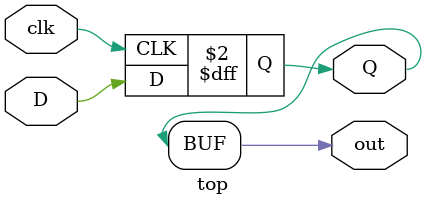
<source format=v>
module top (
  input  D, clk,
  output Q, out
);
    assign out = Q;
    always @(posedge clk) begin
        Q <= D;
    end
endmodule

// Gate level dff with reset
//module top (
//  input  D, clk, rst,
//  output Q, Qn
//);
//    always @(posedge clk, posedge rst) begin
//        if (rst) begin
//            Q  <= 0;
//            Qn <= 1;
//        end else begin
//            Q  <= D;
//            Qn <= ~D;
//        end
//    end
//endmodule

// Gate level ff would trigger delta cycles
//module top(input D, input clk, output Q, output q1);
//    wire x,y;
//    assign x = ~(D&clk);
//    assign y = ~(~D&clk);
//    assign q1 = ~(y&Q);
//    assign Q = ~(x&q1);
//endmodule

</source>
